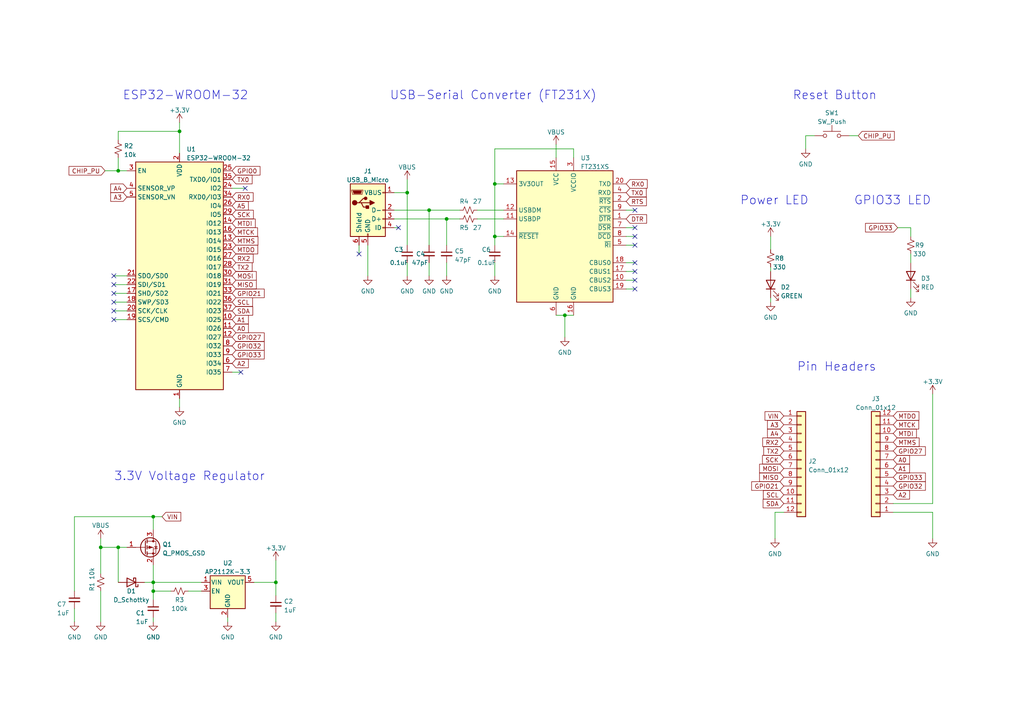
<source format=kicad_sch>
(kicad_sch (version 20211123) (generator eeschema)
  (paper "A4")
  (title_block (title "ESP32-WROOM-32 Dev Board") (date "2023-06-05") (rev "1.0"))
  (lib_symbols
    (symbol "Connector:USB_B_Micro" (pin_names (offset 1.016))
      (property "Reference" "J?" (at 0 11.3198 0))
      (property "Value" "USB_B_Micro" (at 0 8.7829 0))
      (symbol "USB_B_Micro_0_1"
        (rectangle (start -5.08 -7.62) (end 5.08 7.62) (stroke (width 0.254)) (fill (type background)))
        (circle (center -3.81 2.159) (radius 0.635) (stroke (width 0.254)) (fill (type outline)))
        (circle (center -0.635 3.429) (radius 0.381) (stroke (width 0.254)) (fill (type outline)))
        (rectangle (start -0.127 -7.62) (end 0.127 -6.858))
        (polyline (pts (xy -1.905 2.159) (xy 0.635 2.159)) (stroke (width 0.254)))
        (polyline (pts (xy -3.175 2.159) (xy -2.54 2.159) (xy -1.27 3.429) (xy -0.635 3.429)) (stroke (width 0.254)))
        (polyline (pts (xy -2.54 2.159) (xy -1.905 2.159) (xy -1.27 0.889) (xy 0 0.889)) (stroke (width 0.254)))
        (polyline (pts (xy 0.635 2.794) (xy 0.635 1.524) (xy 1.905 2.159) (xy 0.635 2.794)) (stroke (width 0.254)) (fill (type outline)))
        (polyline (pts (xy -4.318 5.588) (xy -1.778 5.588) (xy -2.032 4.826) (xy -4.064 4.826) (xy -4.318 5.588)) (fill (type outline)))
        (polyline (pts (xy -4.699 5.842) (xy -4.699 5.588) (xy -4.445 4.826) (xy -4.445 4.572) (xy -1.651 4.572) (xy -1.651 4.826) (xy -1.397 5.588) (xy -1.397 5.842) (xy -4.699 5.842)))
        (rectangle (start 0.254 1.27) (end -0.508 0.508) (stroke (width 0.254)) (fill (type outline)))
        (rectangle (start 5.08 -5.207) (end 4.318 -4.953))
        (rectangle (start 5.08 -2.667) (end 4.318 -2.413))
        (rectangle (start 5.08 -0.127) (end 4.318 0.127))
        (rectangle (start 5.08 4.953) (end 4.318 5.207))
      )
      (symbol "USB_B_Micro_1_1"
        (pin power_out line (at 7.62 5.08 180) (length 2.54) (name "VBUS") (number "1"))
        (pin bidirectional line (at 7.62 0 180) (length 2.54) (name "D-") (number "2"))
        (pin bidirectional line (at 7.62 -2.54 180) (length 2.54) (name "D+") (number "3"))
        (pin passive line (at 7.62 -5.08 180) (length 2.54) (name "ID") (number "4"))
        (pin power_out line (at 0 -10.16 90) (length 2.54) (name "GND") (number "5"))
        (pin passive line (at -2.54 -10.16 90) (length 2.54) (name "Shield") (number "6"))
      )
    )
    (symbol "Connector_Generic:Conn_01x12" (pin_names (offset 1.016) hide)
      (property "Reference" "J" (at 0 15.24 0))
      (property "Value" "Conn_01x12" (at 0 -17.78 0))
      (symbol "Conn_01x12_1_1"
        (rectangle (start -1.27 -15.113) (end 0 -15.367) (stroke (width 0.1524)))
        (rectangle (start -1.27 -12.573) (end 0 -12.827) (stroke (width 0.1524)))
        (rectangle (start -1.27 -10.033) (end 0 -10.287) (stroke (width 0.1524)))
        (rectangle (start -1.27 -7.493) (end 0 -7.747) (stroke (width 0.1524)))
        (rectangle (start -1.27 -4.953) (end 0 -5.207) (stroke (width 0.1524)))
        (rectangle (start -1.27 -2.413) (end 0 -2.667) (stroke (width 0.1524)))
        (rectangle (start -1.27 0.127) (end 0 -0.127) (stroke (width 0.1524)))
        (rectangle (start -1.27 2.667) (end 0 2.413) (stroke (width 0.1524)))
        (rectangle (start -1.27 5.207) (end 0 4.953) (stroke (width 0.1524)))
        (rectangle (start -1.27 7.747) (end 0 7.493) (stroke (width 0.1524)))
        (rectangle (start -1.27 10.287) (end 0 10.033) (stroke (width 0.1524)))
        (rectangle (start -1.27 12.827) (end 0 12.573) (stroke (width 0.1524)))
        (rectangle (start -1.27 13.97) (end 1.27 -16.51) (stroke (width 0.254)) (fill (type background)))
        (pin passive line (at -5.08 12.7 0) (length 3.81) (name "Pin_1") (number "1"))
        (pin passive line (at -5.08 -10.16 0) (length 3.81) (name "Pin_10") (number "10"))
        (pin passive line (at -5.08 -12.7 0) (length 3.81) (name "Pin_11") (number "11"))
        (pin passive line (at -5.08 -15.24 0) (length 3.81) (name "Pin_12") (number "12"))
        (pin passive line (at -5.08 10.16 0) (length 3.81) (name "Pin_2") (number "2"))
        (pin passive line (at -5.08 7.62 0) (length 3.81) (name "Pin_3") (number "3"))
        (pin passive line (at -5.08 5.08 0) (length 3.81) (name "Pin_4") (number "4"))
        (pin passive line (at -5.08 2.54 0) (length 3.81) (name "Pin_5") (number "5"))
        (pin passive line (at -5.08 0 0) (length 3.81) (name "Pin_6") (number "6"))
        (pin passive line (at -5.08 -2.54 0) (length 3.81) (name "Pin_7") (number "7"))
        (pin passive line (at -5.08 -5.08 0) (length 3.81) (name "Pin_8") (number "8"))
        (pin passive line (at -5.08 -7.62 0) (length 3.81) (name "Pin_9") (number "9"))
      )
    )
    (symbol "Device:C_Small" (pin_numbers hide) (pin_names (offset 0.254) hide)
      (property "Reference" "C" (at 0.254 1.778 0))
      (property "Value" "C_Small" (at 0.254 -2.032 0))
      (symbol "C_Small_0_1"
        (polyline (pts (xy -1.524 -0.508) (xy 1.524 -0.508)) (stroke (width 0.3302)))
        (polyline (pts (xy -1.524 0.508) (xy 1.524 0.508)) (stroke (width 0.3048)))
      )
      (symbol "C_Small_1_1"
        (pin passive line (at 0 2.54 270) (length 2.032) (name "~") (number "1"))
        (pin passive line (at 0 -2.54 90) (length 2.032) (name "~") (number "2"))
      )
    )
    (symbol "Device:D_Schottky" (pin_numbers hide) (pin_names (offset 1.016) hide)
      (property "Reference" "D" (at 0 2.54 0))
      (property "Value" "D_Schottky" (at 0 -2.54 0))
      (symbol "D_Schottky_0_1"
        (polyline (pts (xy 1.27 0) (xy -1.27 0)))
        (polyline (pts (xy 1.27 1.27) (xy 1.27 -1.27) (xy -1.27 0) (xy 1.27 1.27)) (stroke (width 0.254)))
        (polyline (pts (xy -1.905 0.635) (xy -1.905 1.27) (xy -1.27 1.27) (xy -1.27 -1.27) (xy -0.635 -1.27) (xy -0.635 -0.635)) (stroke (width 0.254)))
      )
      (symbol "D_Schottky_1_1"
        (pin passive line (at -3.81 0 0) (length 2.54) (name "K") (number "1"))
        (pin passive line (at 3.81 0 180) (length 2.54) (name "A") (number "2"))
      )
    )
    (symbol "Device:LED" (pin_numbers hide) (pin_names (offset 1.016) hide)
      (property "Reference" "D" (at 0 2.54 0))
      (property "Value" "LED" (at 0 -2.54 0))
      (symbol "LED_0_1"
        (polyline (pts (xy -1.27 -1.27) (xy -1.27 1.27)) (stroke (width 0.254)))
        (polyline (pts (xy -1.27 0) (xy 1.27 0)))
        (polyline (pts (xy 1.27 -1.27) (xy 1.27 1.27) (xy -1.27 0) (xy 1.27 -1.27)) (stroke (width 0.254)))
        (polyline (pts (xy -3.048 -0.762) (xy -4.572 -2.286) (xy -3.81 -2.286) (xy -4.572 -2.286) (xy -4.572 -1.524)))
        (polyline (pts (xy -1.778 -0.762) (xy -3.302 -2.286) (xy -2.54 -2.286) (xy -3.302 -2.286) (xy -3.302 -1.524)))
      )
      (symbol "LED_1_1"
        (pin passive line (at -3.81 0 0) (length 2.54) (name "K") (number "1"))
        (pin passive line (at 3.81 0 180) (length 2.54) (name "A") (number "2"))
      )
    )
    (symbol "Device:Q_PMOS_GSD" (pin_names (offset 0) hide)
      (property "Reference" "Q" (at 5.08 1.27 0))
      (property "Value" "Q_PMOS_GSD" (at 5.08 -1.27 0))
      (symbol "Q_PMOS_GSD_0_1"
        (polyline (pts (xy 0.254 0) (xy -2.54 0)))
        (polyline (pts (xy 0.254 1.905) (xy 0.254 -1.905)) (stroke (width 0.254)))
        (polyline (pts (xy 0.762 -1.27) (xy 0.762 -2.286)) (stroke (width 0.254)))
        (polyline (pts (xy 0.762 0.508) (xy 0.762 -0.508)) (stroke (width 0.254)))
        (polyline (pts (xy 0.762 2.286) (xy 0.762 1.27)) (stroke (width 0.254)))
        (polyline (pts (xy 2.54 2.54) (xy 2.54 1.778)))
        (polyline (pts (xy 2.54 -2.54) (xy 2.54 0) (xy 0.762 0)))
        (polyline (pts (xy 0.762 1.778) (xy 3.302 1.778) (xy 3.302 -1.778) (xy 0.762 -1.778)))
        (polyline (pts (xy 2.286 0) (xy 1.27 0.381) (xy 1.27 -0.381) (xy 2.286 0)) (fill (type outline)))
        (polyline (pts (xy 2.794 -0.508) (xy 2.921 -0.381) (xy 3.683 -0.381) (xy 3.81 -0.254)))
        (polyline (pts (xy 3.302 -0.381) (xy 2.921 0.254) (xy 3.683 0.254) (xy 3.302 -0.381)))
        (circle (center 1.651 0) (radius 2.794) (stroke (width 0.254)))
        (circle (center 2.54 -1.778) (radius 0.254) (fill (type outline)))
        (circle (center 2.54 1.778) (radius 0.254) (fill (type outline)))
      )
      (symbol "Q_PMOS_GSD_1_1"
        (pin input line (at -5.08 0 0) (length 2.54) (name "G") (number "1"))
        (pin passive line (at 2.54 -5.08 90) (length 2.54) (name "S") (number "2"))
        (pin passive line (at 2.54 5.08 270) (length 2.54) (name "D") (number "3"))
      )
    )
    (symbol "Device:R_Small_US" (pin_numbers hide) (pin_names (offset 0.254) hide)
      (property "Reference" "R" (at 0.762 0.508 0))
      (property "Value" "R_Small_US" (at 0.762 -1.016 0))
      (symbol "R_Small_US_1_1"
        (polyline (pts (xy 0 0) (xy 1.016 -0.381) (xy 0 -0.762) (xy -1.016 -1.143) (xy 0 -1.524)))
        (polyline (pts (xy 0 1.524) (xy 1.016 1.143) (xy 0 0.762) (xy -1.016 0.381) (xy 0 0)))
        (pin passive line (at 0 2.54 270) (length 1.016) (name "~") (number "1"))
        (pin passive line (at 0 -2.54 90) (length 1.016) (name "~") (number "2"))
      )
    )
    (symbol "Interface_USB:FT231XS"
      (property "Reference" "U" (at -13.97 20.32 0))
      (property "Value" "FT231XS" (at 7.62 20.32 0))
      (symbol "FT231XS_0_1"
        (rectangle (start -13.97 19.05) (end 13.97 -19.05) (stroke (width 0.254)) (fill (type background)))
      )
      (symbol "FT231XS_1_1"
        (pin output line (at 17.78 5.08 180) (length 3.81) (name "~{DTR}") (number "1"))
        (pin bidirectional line (at 17.78 -12.7 180) (length 3.81) (name "CBUS2") (number "10"))
        (pin bidirectional line (at -17.78 5.08 0) (length 3.81) (name "USBDP") (number "11"))
        (pin bidirectional line (at -17.78 7.62 0) (length 3.81) (name "USBDM") (number "12"))
        (pin power_out line (at -17.78 15.24 0) (length 3.81) (name "3V3OUT") (number "13"))
        (pin input line (at -17.78 0 0) (length 3.81) (name "~{RESET}") (number "14"))
        (pin power_in line (at -2.54 22.86 270) (length 3.81) (name "VCC") (number "15"))
        (pin power_in line (at 2.54 -22.86 90) (length 3.81) (name "GND") (number "16"))
        (pin bidirectional line (at 17.78 -10.16 180) (length 3.81) (name "CBUS1") (number "17"))
        (pin bidirectional line (at 17.78 -7.62 180) (length 3.81) (name "CBUS0") (number "18"))
        (pin bidirectional line (at 17.78 -15.24 180) (length 3.81) (name "CBUS3") (number "19"))
        (pin output line (at 17.78 10.16 180) (length 3.81) (name "~{RTS}") (number "2"))
        (pin output line (at 17.78 15.24 180) (length 3.81) (name "TXD") (number "20"))
        (pin power_in line (at 2.54 22.86 270) (length 3.81) (name "VCCIO") (number "3"))
        (pin input line (at 17.78 12.7 180) (length 3.81) (name "RXD") (number "4"))
        (pin input line (at 17.78 -2.54 180) (length 3.81) (name "~{RI}") (number "5"))
        (pin power_in line (at -2.54 -22.86 90) (length 3.81) (name "GND") (number "6"))
        (pin input line (at 17.78 2.54 180) (length 3.81) (name "~{DSR}") (number "7"))
        (pin input line (at 17.78 0 180) (length 3.81) (name "~{DCD}") (number "8"))
        (pin input line (at 17.78 7.62 180) (length 3.81) (name "~{CTS}") (number "9"))
      )
    )
    (symbol "RF_Module:ESP32-WROOM-32"
      (property "Reference" "U" (at -12.7 34.29 0))
      (property "Value" "ESP32-WROOM-32" (at 1.27 34.29 0))
      (symbol "ESP32-WROOM-32_0_1"
        (rectangle (start -12.7 33.02) (end 12.7 -33.02) (stroke (width 0.254)) (fill (type background)))
      )
      (symbol "ESP32-WROOM-32_1_1"
        (pin power_in line (at 0 -35.56 90) (length 2.54) (name "GND") (number "1"))
        (pin bidirectional line (at 15.24 -12.7 180) (length 2.54) (name "IO25") (number "10"))
        (pin bidirectional line (at 15.24 -15.24 180) (length 2.54) (name "IO26") (number "11"))
        (pin bidirectional line (at 15.24 -17.78 180) (length 2.54) (name "IO27") (number "12"))
        (pin bidirectional line (at 15.24 10.16 180) (length 2.54) (name "IO14") (number "13"))
        (pin bidirectional line (at 15.24 15.24 180) (length 2.54) (name "IO12") (number "14"))
        (pin passive line (at 0 -35.56 90) (length 2.54) hide (name "GND") (number "15"))
        (pin bidirectional line (at 15.24 12.7 180) (length 2.54) (name "IO13") (number "16"))
        (pin bidirectional line (at -15.24 -5.08 0) (length 2.54) (name "SHD/SD2") (number "17"))
        (pin bidirectional line (at -15.24 -7.62 0) (length 2.54) (name "SWP/SD3") (number "18"))
        (pin bidirectional line (at -15.24 -12.7 0) (length 2.54) (name "SCS/CMD") (number "19"))
        (pin power_in line (at 0 35.56 270) (length 2.54) (name "VDD") (number "2"))
        (pin bidirectional line (at -15.24 -10.16 0) (length 2.54) (name "SCK/CLK") (number "20"))
        (pin bidirectional line (at -15.24 0 0) (length 2.54) (name "SDO/SD0") (number "21"))
        (pin bidirectional line (at -15.24 -2.54 0) (length 2.54) (name "SDI/SD1") (number "22"))
        (pin bidirectional line (at 15.24 7.62 180) (length 2.54) (name "IO15") (number "23"))
        (pin bidirectional line (at 15.24 25.4 180) (length 2.54) (name "IO2") (number "24"))
        (pin bidirectional line (at 15.24 30.48 180) (length 2.54) (name "IO0") (number "25"))
        (pin bidirectional line (at 15.24 20.32 180) (length 2.54) (name "IO4") (number "26"))
        (pin bidirectional line (at 15.24 5.08 180) (length 2.54) (name "IO16") (number "27"))
        (pin bidirectional line (at 15.24 2.54 180) (length 2.54) (name "IO17") (number "28"))
        (pin bidirectional line (at 15.24 17.78 180) (length 2.54) (name "IO5") (number "29"))
        (pin input line (at -15.24 30.48 0) (length 2.54) (name "EN") (number "3"))
        (pin bidirectional line (at 15.24 0 180) (length 2.54) (name "IO18") (number "30"))
        (pin bidirectional line (at 15.24 -2.54 180) (length 2.54) (name "IO19") (number "31"))
        (pin no_connect line (at -12.7 -27.94 0) (length 2.54) hide (name "NC") (number "32"))
        (pin bidirectional line (at 15.24 -5.08 180) (length 2.54) (name "IO21") (number "33"))
        (pin bidirectional line (at 15.24 22.86 180) (length 2.54) (name "RXD0/IO3") (number "34"))
        (pin bidirectional line (at 15.24 27.94 180) (length 2.54) (name "TXD0/IO1") (number "35"))
        (pin bidirectional line (at 15.24 -7.62 180) (length 2.54) (name "IO22") (number "36"))
        (pin bidirectional line (at 15.24 -10.16 180) (length 2.54) (name "IO23") (number "37"))
        (pin passive line (at 0 -35.56 90) (length 2.54) hide (name "GND") (number "38"))
        (pin passive line (at 0 -35.56 90) (length 2.54) hide (name "GND") (number "39"))
        (pin input line (at -15.24 25.4 0) (length 2.54) (name "SENSOR_VP") (number "4"))
        (pin input line (at -15.24 22.86 0) (length 2.54) (name "SENSOR_VN") (number "5"))
        (pin input line (at 15.24 -25.4 180) (length 2.54) (name "IO34") (number "6"))
        (pin input line (at 15.24 -27.94 180) (length 2.54) (name "IO35") (number "7"))
        (pin bidirectional line (at 15.24 -20.32 180) (length 2.54) (name "IO32") (number "8"))
        (pin bidirectional line (at 15.24 -22.86 180) (length 2.54) (name "IO33") (number "9"))
      )
    )
    (symbol "Regulator_Linear:AP2112K-3.3" (pin_names (offset 0.254))
      (property "Reference" "U" (at -5.08 5.715 0))
      (property "Value" "AP2112K-3.3" (at 0 5.715 0))
      (symbol "AP2112K-3.3_0_1"
        (rectangle (start -5.08 4.445) (end 5.08 -5.08) (stroke (width 0.254)) (fill (type background)))
      )
      (symbol "AP2112K-3.3_1_1"
        (pin power_in line (at -7.62 2.54 0) (length 2.54) (name "VIN") (number "1"))
        (pin power_in line (at 0 -7.62 90) (length 2.54) (name "GND") (number "2"))
        (pin input line (at -7.62 0 0) (length 2.54) (name "EN") (number "3"))
        (pin no_connect line (at 5.08 0 180) (length 2.54) hide (name "NC") (number "4"))
        (pin power_out line (at 7.62 2.54 180) (length 2.54) (name "VOUT") (number "5"))
      )
    )
    (symbol "Switch:SW_Push" (pin_numbers hide) (pin_names (offset 1.016) hide)
      (property "Reference" "SW" (at 1.27 2.54 0))
      (property "Value" "SW_Push" (at 0 -1.524 0))
      (symbol "SW_Push_0_1"
        (circle (center -2.032 0) (radius 0.508))
        (polyline (pts (xy 0 1.27) (xy 0 3.048)))
        (polyline (pts (xy 2.54 1.27) (xy -2.54 1.27)))
        (circle (center 2.032 0) (radius 0.508))
        (pin passive line (at -5.08 0 0) (length 2.54) (name "1") (number "1"))
        (pin passive line (at 5.08 0 180) (length 2.54) (name "2") (number "2"))
      )
    )
    (symbol "power:+3.3V" (power) (pin_names (offset 0))
      (property "Value" "+3.3V" (at 0 3.556 0))
      (symbol "+3.3V_0_1"
        (polyline (pts (xy -0.762 1.27) (xy 0 2.54)))
        (polyline (pts (xy 0 0) (xy 0 2.54)))
        (polyline (pts (xy 0 2.54) (xy 0.762 1.27)))
      )
      (symbol "+3.3V_1_1"
        (pin power_in line (at 0 0 90) (length 0) hide (name "+3.3V") (number "1"))
      )
    )
    (symbol "power:GND" (power) (pin_names (offset 0))
      (property "Value" "GND" (at 0 -3.81 0))
      (symbol "GND_0_1"
        (polyline (pts (xy 0 0) (xy 0 -1.27) (xy 1.27 -1.27) (xy 0 -2.54) (xy -1.27 -1.27) (xy 0 -1.27)))
      )
      (symbol "GND_1_1"
        (pin power_in line (at 0 0 270) (length 0) hide (name "GND") (number "1"))
      )
    )
    (symbol "power:VBUS" (power) (pin_names (offset 0))
      (property "Value" "VBUS" (at 0 3.81 0))
      (symbol "VBUS_0_1"
        (polyline (pts (xy -0.762 1.27) (xy 0 2.54)))
        (polyline (pts (xy 0 0) (xy 0 2.54)))
        (polyline (pts (xy 0 2.54) (xy 0.762 1.27)))
      )
      (symbol "VBUS_1_1"
        (pin power_in line (at 0 0 90) (length 0) hide (name "VBUS") (number "1"))
      )
    )
  )
  (junction (at 34.29 158.75))
  (junction (at 29.21 158.75))
  (junction (at 44.45 171.45))
  (junction (at 143.51 68.58))
  (junction (at 143.51 53.34))
  (junction (at 118.11 55.88))
  (junction (at 52.07 38.1))
  (junction (at 80.01 168.91))
  (junction (at 129.54 63.5))
  (junction (at 163.83 91.44))
  (junction (at 124.46 60.96))
  (junction (at 34.29 49.53))
  (junction (at 44.45 168.91))
  (junction (at 44.45 149.86))
  (no_connect (at 71.12 54.61))
  (no_connect (at 184.15 66.04))
  (no_connect (at 69.85 107.95))
  (no_connect (at 184.15 78.74))
  (no_connect (at 184.15 71.12))
  (no_connect (at 33.02 82.55))
  (no_connect (at 184.15 60.96))
  (no_connect (at 184.15 76.2))
  (no_connect (at 104.14 73.66))
  (no_connect (at 184.15 68.58))
  (no_connect (at 184.15 81.28))
  (no_connect (at 33.02 80.01))
  (no_connect (at 115.57 66.04))
  (no_connect (at 33.02 85.09))
  (no_connect (at 33.02 87.63))
  (no_connect (at 184.15 83.82))
  (no_connect (at 33.02 92.71))
  (no_connect (at 33.02 90.17))
  (wire (pts (xy 233.68 39.37) (xy 233.68 43.18)))
  (wire (pts (xy 80.01 177.8) (xy 80.01 180.34)))
  (wire (pts (xy 30.48 49.53) (xy 34.29 49.53)))
  (wire (pts (xy 181.61 81.28) (xy 184.15 81.28)))
  (wire (pts (xy 21.59 176.53) (xy 21.59 180.34)))
  (wire (pts (xy 33.02 85.09) (xy 36.83 85.09)))
  (wire (pts (xy 34.29 45.72) (xy 34.29 49.53)))
  (wire (pts (xy 143.51 76.2) (xy 143.51 80.01)))
  (wire (pts (xy 181.61 66.04) (xy 184.15 66.04)))
  (wire (pts (xy 66.04 179.07) (xy 66.04 180.34)))
  (wire (pts (xy 264.16 73.66) (xy 264.16 76.2)))
  (wire (pts (xy 124.46 60.96) (xy 124.46 71.12)))
  (wire (pts (xy 118.11 55.88) (xy 114.3 55.88)))
  (wire (pts (xy 118.11 55.88) (xy 118.11 71.12)))
  (wire (pts (xy 143.51 68.58) (xy 143.51 53.34)))
  (wire (pts (xy 181.61 83.82) (xy 184.15 83.82)))
  (wire (pts (xy 33.02 80.01) (xy 36.83 80.01)))
  (wire (pts (xy 29.21 156.21) (xy 29.21 158.75)))
  (wire (pts (xy 52.07 35.56) (xy 52.07 38.1)))
  (wire (pts (xy 52.07 38.1) (xy 52.07 44.45)))
  (wire (pts (xy 104.14 71.12) (xy 104.14 73.66)))
  (wire (pts (xy 33.02 82.55) (xy 36.83 82.55)))
  (wire (pts (xy 143.51 53.34) (xy 143.51 43.18)))
  (wire (pts (xy 33.02 90.17) (xy 36.83 90.17)))
  (wire (pts (xy 34.29 40.64) (xy 34.29 38.1)))
  (wire (pts (xy 114.3 63.5) (xy 129.54 63.5)))
  (wire (pts (xy 264.16 66.04) (xy 264.16 68.58)))
  (wire (pts (xy 67.31 54.61) (xy 71.12 54.61)))
  (wire (pts (xy 34.29 38.1) (xy 52.07 38.1)))
  (wire (pts (xy 34.29 49.53) (xy 36.83 49.53)))
  (wire (pts (xy 129.54 63.5) (xy 133.35 63.5)))
  (wire (pts (xy 29.21 158.75) (xy 34.29 158.75)))
  (wire (pts (xy 163.83 91.44) (xy 166.37 91.44)))
  (wire (pts (xy 44.45 171.45) (xy 44.45 173.99)))
  (wire (pts (xy 224.79 148.59) (xy 224.79 156.21)))
  (wire (pts (xy 80.01 162.56) (xy 80.01 168.91)))
  (wire (pts (xy 181.61 71.12) (xy 184.15 71.12)))
  (wire (pts (xy 143.51 43.18) (xy 166.37 43.18)))
  (wire (pts (xy 21.59 149.86) (xy 44.45 149.86)))
  (wire (pts (xy 44.45 168.91) (xy 58.42 168.91)))
  (wire (pts (xy 41.91 168.91) (xy 44.45 168.91)))
  (wire (pts (xy 181.61 78.74) (xy 184.15 78.74)))
  (wire (pts (xy 124.46 60.96) (xy 133.35 60.96)))
  (wire (pts (xy 143.51 53.34) (xy 146.05 53.34)))
  (wire (pts (xy 44.45 149.86) (xy 44.45 153.67)))
  (wire (pts (xy 33.02 92.71) (xy 36.83 92.71)))
  (wire (pts (xy 236.22 39.37) (xy 233.68 39.37)))
  (wire (pts (xy 161.29 91.44) (xy 163.83 91.44)))
  (wire (pts (xy 106.68 71.12) (xy 106.68 80.01)))
  (wire (pts (xy 29.21 171.45) (xy 29.21 180.34)))
  (wire (pts (xy 118.11 76.2) (xy 118.11 80.01)))
  (wire (pts (xy 260.35 66.04) (xy 264.16 66.04)))
  (wire (pts (xy 73.66 168.91) (xy 80.01 168.91)))
  (wire (pts (xy 44.45 163.83) (xy 44.45 168.91)))
  (wire (pts (xy 80.01 168.91) (xy 80.01 172.72)))
  (wire (pts (xy 54.61 171.45) (xy 58.42 171.45)))
  (wire (pts (xy 146.05 68.58) (xy 143.51 68.58)))
  (wire (pts (xy 44.45 168.91) (xy 44.45 171.45)))
  (wire (pts (xy 270.51 146.05) (xy 270.51 114.3)))
  (wire (pts (xy 259.08 148.59) (xy 270.51 148.59)))
  (wire (pts (xy 34.29 158.75) (xy 36.83 158.75)))
  (wire (pts (xy 161.29 41.91) (xy 161.29 45.72)))
  (wire (pts (xy 34.29 158.75) (xy 34.29 168.91)))
  (wire (pts (xy 114.3 66.04) (xy 115.57 66.04)))
  (wire (pts (xy 246.38 39.37) (xy 248.92 39.37)))
  (wire (pts (xy 270.51 148.59) (xy 270.51 156.21)))
  (wire (pts (xy 223.52 86.36) (xy 223.52 87.63)))
  (wire (pts (xy 166.37 45.72) (xy 166.37 43.18)))
  (wire (pts (xy 129.54 76.2) (xy 129.54 80.01)))
  (wire (pts (xy 223.52 77.47) (xy 223.52 78.74)))
  (wire (pts (xy 264.16 83.82) (xy 264.16 86.36)))
  (wire (pts (xy 259.08 146.05) (xy 270.51 146.05)))
  (wire (pts (xy 227.33 148.59) (xy 224.79 148.59)))
  (wire (pts (xy 49.53 171.45) (xy 44.45 171.45)))
  (wire (pts (xy 223.52 68.58) (xy 223.52 72.39)))
  (wire (pts (xy 181.61 60.96) (xy 184.15 60.96)))
  (wire (pts (xy 52.07 115.57) (xy 52.07 118.11)))
  (wire (pts (xy 138.43 60.96) (xy 146.05 60.96)))
  (wire (pts (xy 163.83 91.44) (xy 163.83 97.79)))
  (wire (pts (xy 114.3 60.96) (xy 124.46 60.96)))
  (wire (pts (xy 129.54 63.5) (xy 129.54 71.12)))
  (wire (pts (xy 181.61 68.58) (xy 184.15 68.58)))
  (wire (pts (xy 46.99 149.86) (xy 44.45 149.86)))
  (wire (pts (xy 44.45 179.07) (xy 44.45 180.34)))
  (wire (pts (xy 33.02 87.63) (xy 36.83 87.63)))
  (wire (pts (xy 118.11 52.07) (xy 118.11 55.88)))
  (wire (pts (xy 138.43 63.5) (xy 146.05 63.5)))
  (wire (pts (xy 21.59 171.45) (xy 21.59 149.86)))
  (wire (pts (xy 124.46 76.2) (xy 124.46 80.01)))
  (wire (pts (xy 181.61 76.2) (xy 184.15 76.2)))
  (wire (pts (xy 143.51 68.58) (xy 143.51 71.12)))
  (wire (pts (xy 67.31 107.95) (xy 69.85 107.95)))
  (wire (pts (xy 29.21 158.75) (xy 29.21 166.37)))
  (text "GPIO33 LED" (at 247.65 59.69 0) (effects (font (size 2.5 2.5)) (justify left bottom)))
  (text "USB-Serial Converter (FT231X)" (at 113.03 29.21 0) (effects (font (size 2.5 2.5)) (justify left bottom)))
  (text "Reset Button" (at 229.87 29.21 0) (effects (font (size 2.5 2.5)) (justify left bottom)))
  (text "3.3V Voltage Regulator" (at 33.02 139.7 0) (effects (font (size 2.5 2.5)) (justify left bottom)))
  (text "ESP32-WROOM-32" (at 35.56 29.21 0) (effects (font (size 2.5 2.5)) (justify left bottom)))
  (text "Pin Headers" (at 231.14 107.95 0) (effects (font (size 2.5 2.5)) (justify left bottom)))
  (text "Power LED" (at 214.63 59.69 0) (effects (font (size 2.5 2.5)) (justify left bottom)))
  (global_label "GPIO33" (shape input) (at 260.35 66.04 180) (property "Intersheet References" "${INTERSHEET_REFS}" (effects hide)))
  (global_label "SCL" (shape input) (at 227.33 143.51 180) (property "Intersheet References" "${INTERSHEET_REFS}" (effects hide)))
  (global_label "GPIO21" (shape input) (at 67.31 85.09 0) (property "Intersheet References" "${INTERSHEET_REFS}" (effects hide)))
  (global_label "DTR" (shape input) (at 181.61 63.5 0) (property "Intersheet References" "${INTERSHEET_REFS}" (effects hide)))
  (global_label "GPIO0" (shape input) (at 67.31 49.53 0) (property "Intersheet References" "${INTERSHEET_REFS}" (effects hide)))
  (global_label "RX2" (shape input) (at 227.33 128.27 180) (property "Intersheet References" "${INTERSHEET_REFS}" (effects hide)))
  (global_label "MTMS" (shape input) (at 67.31 69.85 0) (property "Intersheet References" "${INTERSHEET_REFS}" (effects hide)))
  (global_label "MISO" (shape input) (at 227.33 138.43 180) (property "Intersheet References" "${INTERSHEET_REFS}" (effects hide)))
  (global_label "A5" (shape input) (at 67.31 59.69 0) (property "Intersheet References" "${INTERSHEET_REFS}" (effects hide)))
  (global_label "SCL" (shape input) (at 67.31 87.63 0) (property "Intersheet References" "${INTERSHEET_REFS}" (effects hide)))
  (global_label "MTDI" (shape input) (at 259.08 125.73 0) (property "Intersheet References" "${INTERSHEET_REFS}" (effects hide)))
  (global_label "SDA" (shape input) (at 67.31 90.17 0) (property "Intersheet References" "${INTERSHEET_REFS}" (effects hide)))
  (global_label "A4" (shape input) (at 227.33 125.73 180) (property "Intersheet References" "${INTERSHEET_REFS}" (effects hide)))
  (global_label "MOSI" (shape input) (at 67.31 80.01 0) (property "Intersheet References" "${INTERSHEET_REFS}" (effects hide)))
  (global_label "GPIO21" (shape input) (at 227.33 140.97 180) (property "Intersheet References" "${INTERSHEET_REFS}" (effects hide)))
  (global_label "A0" (shape input) (at 259.08 133.35 0) (property "Intersheet References" "${INTERSHEET_REFS}" (effects hide)))
  (global_label "MISO" (shape input) (at 67.31 82.55 0) (property "Intersheet References" "${INTERSHEET_REFS}" (effects hide)))
  (global_label "MTDI" (shape input) (at 67.31 64.77 0) (property "Intersheet References" "${INTERSHEET_REFS}" (effects hide)))
  (global_label "GPIO33" (shape input) (at 67.31 102.87 0) (property "Intersheet References" "${INTERSHEET_REFS}" (effects hide)))
  (global_label "MTCK" (shape input) (at 67.31 67.31 0) (property "Intersheet References" "${INTERSHEET_REFS}" (effects hide)))
  (global_label "TX2" (shape input) (at 67.31 77.47 0) (property "Intersheet References" "${INTERSHEET_REFS}" (effects hide)))
  (global_label "SCK" (shape input) (at 227.33 133.35 180) (property "Intersheet References" "${INTERSHEET_REFS}" (effects hide)))
  (global_label "MTCK" (shape input) (at 259.08 123.19 0) (property "Intersheet References" "${INTERSHEET_REFS}" (effects hide)))
  (global_label "A2" (shape input) (at 259.08 143.51 0) (property "Intersheet References" "${INTERSHEET_REFS}" (effects hide)))
  (global_label "GPIO27" (shape input) (at 67.31 97.79 0) (property "Intersheet References" "${INTERSHEET_REFS}" (effects hide)))
  (global_label "GPIO32" (shape input) (at 259.08 140.97 0) (property "Intersheet References" "${INTERSHEET_REFS}" (effects hide)))
  (global_label "VIN" (shape input) (at 227.33 120.65 180) (property "Intersheet References" "${INTERSHEET_REFS}" (effects hide)))
  (global_label "A3" (shape input) (at 227.33 123.19 180) (property "Intersheet References" "${INTERSHEET_REFS}" (effects hide)))
  (global_label "A2" (shape input) (at 67.31 105.41 0) (property "Intersheet References" "${INTERSHEET_REFS}" (effects hide)))
  (global_label "CHIP_PU" (shape input) (at 30.48 49.53 180) (property "Intersheet References" "${INTERSHEET_REFS}" (effects hide)))
  (global_label "A1" (shape input) (at 259.08 135.89 0) (property "Intersheet References" "${INTERSHEET_REFS}" (effects hide)))
  (global_label "RX0" (shape input) (at 181.61 53.34 0) (property "Intersheet References" "${INTERSHEET_REFS}" (effects hide)))
  (global_label "GPIO27" (shape input) (at 259.08 130.81 0) (property "Intersheet References" "${INTERSHEET_REFS}" (effects hide)))
  (global_label "TX2" (shape input) (at 227.33 130.81 180) (property "Intersheet References" "${INTERSHEET_REFS}" (effects hide)))
  (global_label "MOSI" (shape input) (at 227.33 135.89 180) (property "Intersheet References" "${INTERSHEET_REFS}" (effects hide)))
  (global_label "MTDO" (shape input) (at 67.31 72.39 0) (property "Intersheet References" "${INTERSHEET_REFS}" (effects hide)))
  (global_label "VIN" (shape input) (at 46.99 149.86 0) (property "Intersheet References" "${INTERSHEET_REFS}" (effects hide)))
  (global_label "MTDO" (shape input) (at 259.08 120.65 0) (property "Intersheet References" "${INTERSHEET_REFS}" (effects hide)))
  (global_label "A4" (shape input) (at 36.83 54.61 180) (property "Intersheet References" "${INTERSHEET_REFS}" (effects hide)))
  (global_label "GPIO33" (shape input) (at 259.08 138.43 0) (property "Intersheet References" "${INTERSHEET_REFS}" (effects hide)))
  (global_label "A0" (shape input) (at 67.31 95.25 0) (property "Intersheet References" "${INTERSHEET_REFS}" (effects hide)))
  (global_label "GPIO32" (shape input) (at 67.31 100.33 0) (property "Intersheet References" "${INTERSHEET_REFS}" (effects hide)))
  (global_label "RTS" (shape input) (at 181.61 58.42 0) (property "Intersheet References" "${INTERSHEET_REFS}" (effects hide)))
  (global_label "RX2" (shape input) (at 67.31 74.93 0) (property "Intersheet References" "${INTERSHEET_REFS}" (effects hide)))
  (global_label "SCK" (shape input) (at 67.31 62.23 0) (property "Intersheet References" "${INTERSHEET_REFS}" (effects hide)))
  (global_label "RX0" (shape input) (at 67.31 57.15 0) (property "Intersheet References" "${INTERSHEET_REFS}" (effects hide)))
  (global_label "CHIP_PU" (shape input) (at 248.92 39.37 0) (property "Intersheet References" "${INTERSHEET_REFS}" (effects hide)))
  (global_label "A3" (shape input) (at 36.83 57.15 180) (property "Intersheet References" "${INTERSHEET_REFS}" (effects hide)))
  (global_label "A1" (shape input) (at 67.31 92.71 0) (property "Intersheet References" "${INTERSHEET_REFS}" (effects hide)))
  (global_label "MTMS" (shape input) (at 259.08 128.27 0) (property "Intersheet References" "${INTERSHEET_REFS}" (effects hide)))
  (global_label "TX0" (shape input) (at 181.61 55.88 0) (property "Intersheet References" "${INTERSHEET_REFS}" (effects hide)))
  (global_label "TX0" (shape input) (at 67.31 52.07 0) (property "Intersheet References" "${INTERSHEET_REFS}" (effects hide)))
  (global_label "SDA" (shape input) (at 227.33 146.05 180) (property "Intersheet References" "${INTERSHEET_REFS}" (effects hide)))
  (symbol (lib_id "Connector_Generic:Conn_01x12") (at 232.41 133.35 0) (unit 1)
    (property "Reference" "J2" (at 234.442 133.7853 0) (effects (justify left)))
    (property "Value" "Conn_01x12" (at 234.442 136.3222 0) (effects (justify left)))
    (property "Footprint" "Connector_PinHeader_2.54mm:PinHeader_1x12_P2.54mm_Vertical" (effects hide))
  )
  (symbol (lib_id "Device:R_Small_US") (at 34.29 43.18 0) (unit 1)
    (property "Reference" "R2" (at 35.941 42.3453 0) (effects (justify left)))
    (property "Value" "10k" (at 35.941 44.8822 0) (effects (justify left)))
    (property "Footprint" "Resistor_SMD:R_0805_2012Metric_Pad1.20x1.40mm_HandSolder" (effects hide))
  )
  (symbol (lib_id "power:GND") (at 106.68 80.01 0) (unit 1)
    (property "Reference" "#PWR09" (effects hide))
    (property "Value" "GND" (at 106.68 84.4534 0))
  )
  (symbol (lib_id "Device:R_Small_US") (at 52.07 171.45 270) (unit 1)
    (property "Reference" "R3" (at 52.07 173.99 90))
    (property "Value" "100k" (at 52.07 176.53 90))
    (property "Footprint" "Resistor_SMD:R_0805_2012Metric_Pad1.20x1.40mm_HandSolder" (effects hide))
  )
  (symbol (lib_id "Device:R_Small_US") (at 223.52 74.93 180) (unit 1)
    (property "Reference" "R8" (at 226.06 74.93 0))
    (property "Value" "330" (at 226.06 77.47 0))
    (property "Footprint" "Resistor_SMD:R_0805_2012Metric_Pad1.20x1.40mm_HandSolder" (effects hide))
  )
  (symbol (lib_id "power:GND") (at 224.79 156.21 0) (unit 1)
    (property "Reference" "#PWR018" (effects hide))
    (property "Value" "GND" (at 224.79 160.6534 0))
  )
  (symbol (lib_id "Regulator_Linear:AP2112K-3.3") (at 66.04 171.45 0) (unit 1)
    (property "Reference" "U2" (at 66.04 163.3052 0))
    (property "Value" "AP2112K-3.3" (at 66.04 165.8421 0))
    (property "Footprint" "Package_TO_SOT_SMD:SOT-23-5" (effects hide))
    (property "Datasheet" "https://www.diodes.com/assets/Datasheets/AP2112.pdf" (effects hide))
  )
  (symbol (lib_id "Device:LED") (at 264.16 80.01 90) (unit 1)
    (property "Reference" "D3" (at 267.081 80.7628 90) (effects (justify right)))
    (property "Value" "RED" (at 267.081 83.2997 90) (effects (justify right)))
    (property "Footprint" "LED_SMD:LED_0805_2012Metric_Pad1.15x1.40mm_HandSolder" (effects hide))
  )
  (symbol (lib_id "power:+3.3V") (at 270.51 114.3 0) (unit 1)
    (property "Reference" "#PWR017" (effects hide))
    (property "Value" "+3.3V" (at 270.51 110.7242 0))
  )
  (symbol (lib_id "Device:R_Small_US") (at 135.89 60.96 270) (unit 1)
    (property "Reference" "R4" (at 134.62 58.42 90))
    (property "Value" "27" (at 138.43 58.42 90))
    (property "Footprint" "Resistor_SMD:R_0805_2012Metric_Pad1.20x1.40mm_HandSolder" (effects hide))
  )
  (symbol (lib_id "Device:C_Small") (at 44.45 176.53 0) (unit 1)
    (property "Reference" "C1" (at 39.37 177.8 0) (effects (justify left)))
    (property "Value" "1uF" (at 39.37 180.34 0) (effects (justify left)))
    (property "Footprint" "Capacitor_SMD:C_0805_2012Metric_Pad1.18x1.45mm_HandSolder" (effects hide))
  )
  (symbol (lib_id "power:GND") (at 270.51 156.21 0) (unit 1)
    (property "Reference" "#PWR023" (effects hide))
    (property "Value" "GND" (at 270.51 160.6534 0))
  )
  (symbol (lib_id "power:GND") (at 21.59 180.34 0) (unit 1)
    (property "Reference" "#PWR024" (effects hide))
    (property "Value" "GND" (at 21.59 184.7834 0))
  )
  (symbol (lib_id "power:GND") (at 163.83 97.79 0) (unit 1)
    (property "Reference" "#PWR016" (effects hide))
    (property "Value" "GND" (at 163.83 102.2334 0))
  )
  (symbol (lib_id "Connector_Generic:Conn_01x12") (at 254 135.89 180) (unit 1)
    (property "Reference" "J3" (at 254 115.6802 0))
    (property "Value" "Conn_01x12" (at 254 118.2171 0))
    (property "Footprint" "Connector_PinHeader_2.54mm:PinHeader_1x12_P2.54mm_Vertical" (effects hide))
  )
  (symbol (lib_id "power:GND") (at 52.07 118.11 0) (unit 1)
    (property "Reference" "#PWR05" (effects hide))
    (property "Value" "GND" (at 52.07 122.5534 0))
  )
  (symbol (lib_id "power:GND") (at 124.46 80.01 0) (unit 1)
    (property "Reference" "#PWR012" (effects hide))
    (property "Value" "GND" (at 124.46 84.4534 0))
  )
  (symbol (lib_id "Device:C_Small") (at 118.11 73.66 0) (unit 1)
    (property "Reference" "C3" (at 114.3 72.39 0) (effects (justify left)))
    (property "Value" "0.1uF" (at 113.03 76.2 0) (effects (justify left)))
    (property "Footprint" "Capacitor_SMD:C_0805_2012Metric_Pad1.18x1.45mm_HandSolder" (effects hide))
  )
  (symbol (lib_id "Switch:SW_Push") (at 241.3 39.37 0) (unit 1)
    (property "Reference" "SW1" (at 241.3 32.7492 0))
    (property "Value" "SW_Push" (at 241.3 35.2861 0))
    (property "Footprint" "Button_Switch_SMD:SW_Tactile_SPST_NO_Straight_CK_PTS636Sx25SMTRLFS" (effects hide))
  )
  (symbol (lib_id "RF_Module:ESP32-WROOM-32") (at 52.07 80.01 0) (unit 1)
    (property "Reference" "U1" (at 54.0894 43.2902 0) (effects (justify left)))
    (property "Value" "ESP32-WROOM-32" (at 54.0894 45.8271 0) (effects (justify left)))
    (property "Footprint" "RF_Module:ESP32-WROOM-32" (effects hide))
    (property "Datasheet" "https://www.espressif.com/sites/default/files/documentation/esp32-wroom-32_datasheet_en.pdf" (effects hide))
  )
  (symbol (lib_id "Device:C_Small") (at 143.51 73.66 0) (unit 1)
    (property "Reference" "C6" (at 139.7 72.39 0) (effects (justify left)))
    (property "Value" "0.1uF" (at 138.43 76.2 0) (effects (justify left)))
    (property "Footprint" "Capacitor_SMD:C_0805_2012Metric_Pad1.18x1.45mm_HandSolder" (effects hide))
  )
  (symbol (lib_id "Device:C_Small") (at 21.59 173.99 0) (unit 1)
    (property "Reference" "C7" (at 16.51 175.26 0) (effects (justify left)))
    (property "Value" "1uF" (at 16.51 177.8 0) (effects (justify left)))
    (property "Footprint" "Capacitor_SMD:C_0805_2012Metric_Pad1.18x1.45mm_HandSolder" (effects hide))
  )
  (symbol (lib_id "power:GND") (at 66.04 180.34 0) (unit 1)
    (property "Reference" "#PWR06" (effects hide))
    (property "Value" "GND" (at 66.04 184.7834 0))
  )
  (symbol (lib_id "power:+3.3V") (at 52.07 35.56 0) (unit 1)
    (property "Reference" "#PWR04" (effects hide))
    (property "Value" "+3.3V" (at 52.07 31.9842 0))
  )
  (symbol (lib_id "power:VBUS") (at 29.21 156.21 0) (unit 1)
    (property "Reference" "#PWR01" (effects hide))
    (property "Value" "VBUS" (at 29.21 152.4 0))
  )
  (symbol (lib_id "Device:R_Small_US") (at 29.21 168.91 0) (unit 1)
    (property "Reference" "R1" (at 26.67 170.18 90))
    (property "Value" "10k" (at 26.67 166.37 90))
    (property "Footprint" "Resistor_SMD:R_0805_2012Metric_Pad1.20x1.40mm_HandSolder" (effects hide))
  )
  (symbol (lib_id "power:GND") (at 264.16 86.36 0) (unit 1)
    (property "Reference" "#PWR022" (effects hide))
    (property "Value" "GND" (at 264.16 90.8034 0))
  )
  (symbol (lib_id "Interface_USB:FT231XS") (at 163.83 68.58 0) (unit 1)
    (property "Reference" "U3" (at 168.3894 45.8302 0) (effects (justify left)))
    (property "Value" "FT231XS" (at 168.3894 48.3671 0) (effects (justify left)))
    (property "Footprint" "Package_SO:SSOP-20_3.9x8.7mm_P0.635mm" (effects hide))
    (property "Datasheet" "https://www.ftdichip.com/Support/Documents/DataSheets/ICs/DS_FT231X.pdf" (effects hide))
  )
  (symbol (lib_id "power:VBUS") (at 161.29 41.91 0) (unit 1)
    (property "Reference" "#PWR015" (effects hide))
    (property "Value" "VBUS" (at 161.29 38.3342 0))
  )
  (symbol (lib_id "Connector:USB_B_Micro") (at 106.68 60.96 0) (unit 1)
    (property "Reference" "J1" (at 106.68 49.6402 0))
    (property "Value" "USB_B_Micro" (at 106.68 52.1771 0))
    (property "Footprint" "Connector_USB:USB_Micro-B_GCT_USB3076-30-A" (effects hide))
  )
  (symbol (lib_id "power:GND") (at 29.21 180.34 0) (unit 1)
    (property "Reference" "#PWR02" (effects hide))
    (property "Value" "GND" (at 29.21 184.7834 0))
  )
  (symbol (lib_id "power:GND") (at 143.51 80.01 0) (unit 1)
    (property "Reference" "#PWR014" (effects hide))
    (property "Value" "GND" (at 143.51 84.4534 0))
  )
  (symbol (lib_id "Device:R_Small_US") (at 264.16 71.12 180) (unit 1)
    (property "Reference" "R9" (at 266.7 71.12 0))
    (property "Value" "330" (at 266.7 73.66 0))
    (property "Footprint" "Resistor_SMD:R_0805_2012Metric_Pad1.20x1.40mm_HandSolder" (effects hide))
  )
  (symbol (lib_id "power:GND") (at 44.45 180.34 0) (unit 1)
    (property "Reference" "#PWR03" (effects hide))
    (property "Value" "GND" (at 44.45 184.7834 0))
  )
  (symbol (lib_id "Device:D_Schottky") (at 38.1 168.91 180) (unit 1)
    (property "Reference" "D1" (at 38.1 171.45 0))
    (property "Value" "D_Schottky" (at 38.1 173.99 0))
    (property "Footprint" "Diode_SMD:D_SOD-123" (effects hide))
  )
  (symbol (lib_id "power:+3.3V") (at 223.52 68.58 0) (unit 1)
    (property "Reference" "#PWR019" (effects hide))
    (property "Value" "+3.3V" (at 223.52 65.0042 0))
  )
  (symbol (lib_id "power:GND") (at 118.11 80.01 0) (unit 1)
    (property "Reference" "#PWR011" (effects hide))
    (property "Value" "GND" (at 118.11 84.4534 0))
  )
  (symbol (lib_id "power:VBUS") (at 118.11 52.07 0) (unit 1)
    (property "Reference" "#PWR010" (effects hide))
    (property "Value" "VBUS" (at 118.11 48.4942 0))
  )
  (symbol (lib_id "power:GND") (at 80.01 180.34 0) (unit 1)
    (property "Reference" "#PWR08" (effects hide))
    (property "Value" "GND" (at 80.01 184.7834 0))
  )
  (symbol (lib_id "Device:Q_PMOS_GSD") (at 41.91 158.75 0) (unit 1)
    (property "Reference" "Q1" (at 47.117 157.9153 0) (effects (justify left)))
    (property "Value" "Q_PMOS_GSD" (at 47.117 160.4522 0) (effects (justify left)))
    (property "Footprint" "Package_TO_SOT_SMD:SOT-23" (effects hide))
  )
  (symbol (lib_id "power:GND") (at 223.52 87.63 0) (unit 1)
    (property "Reference" "#PWR020" (effects hide))
    (property "Value" "GND" (at 223.52 92.0734 0))
  )
  (symbol (lib_id "Device:R_Small_US") (at 135.89 63.5 270) (unit 1)
    (property "Reference" "R5" (at 134.62 66.04 90))
    (property "Value" "27" (at 138.43 66.04 90))
    (property "Footprint" "Resistor_SMD:R_0805_2012Metric_Pad1.20x1.40mm_HandSolder" (effects hide))
  )
  (symbol (lib_id "power:+3.3V") (at 80.01 162.56 0) (unit 1)
    (property "Reference" "#PWR07" (effects hide))
    (property "Value" "+3.3V" (at 80.01 158.9842 0))
  )
  (symbol (lib_id "power:GND") (at 233.68 43.18 0) (unit 1)
    (property "Reference" "#PWR021" (effects hide))
    (property "Value" "GND" (at 233.68 47.6234 0))
  )
  (symbol (lib_id "power:GND") (at 129.54 80.01 0) (unit 1)
    (property "Reference" "#PWR013" (effects hide))
    (property "Value" "GND" (at 129.54 84.4534 0))
  )
  (symbol (lib_id "Device:C_Small") (at 80.01 175.26 0) (unit 1)
    (property "Reference" "C2" (at 82.3341 174.4316 0) (effects (justify left)))
    (property "Value" "1uF" (at 82.3341 176.9685 0) (effects (justify left)))
    (property "Footprint" "Capacitor_SMD:C_0805_2012Metric_Pad1.18x1.45mm_HandSolder" (effects hide))
  )
  (symbol (lib_id "Device:C_Small") (at 124.46 73.66 0) (unit 1)
    (property "Reference" "C4" (at 120.65 73.66 0) (effects (justify left)))
    (property "Value" "47pF" (at 119.38 76.2 0) (effects (justify left)))
    (property "Footprint" "Capacitor_SMD:C_0805_2012Metric_Pad1.18x1.45mm_HandSolder" (effects hide))
  )
  (symbol (lib_id "Device:C_Small") (at 129.54 73.66 0) (unit 1)
    (property "Reference" "C5" (at 131.8641 72.8316 0) (effects (justify left)))
    (property "Value" "47pF" (at 131.8641 75.3685 0) (effects (justify left)))
    (property "Footprint" "Capacitor_SMD:C_0805_2012Metric_Pad1.18x1.45mm_HandSolder" (effects hide))
  )
  (symbol (lib_id "Device:LED") (at 223.52 82.55 90) (unit 1)
    (property "Reference" "D2" (at 226.441 83.3028 90) (effects (justify right)))
    (property "Value" "GREEN" (at 226.441 85.8397 90) (effects (justify right)))
    (property "Footprint" "LED_SMD:LED_0805_2012Metric_Pad1.15x1.40mm_HandSolder" (effects hide))
  )
)
</source>
